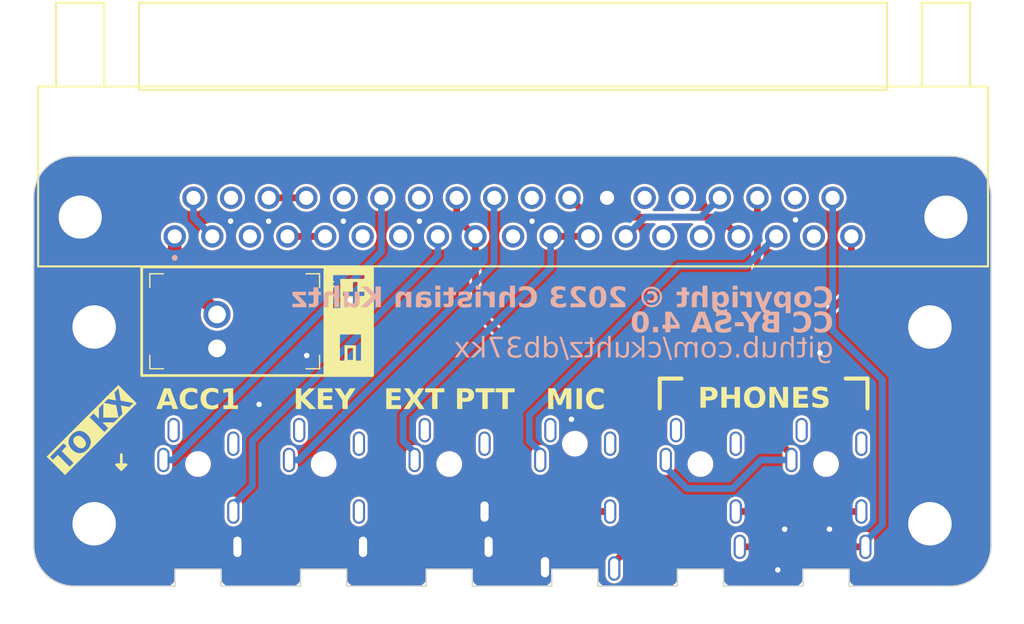
<source format=kicad_pcb>
(kicad_pcb (version 20221018) (generator pcbnew)
  (layers (0 "F.Cu" signal) (31 "B.Cu" signal) (34 "B.Paste" user) (35 "F.Paste" user) (36 "B.SilkS" user "B.Silkscreen") (37 "F.SilkS" user "F.Silkscreen") (38 "B.Mask" user) (39 "F.Mask" user) (44 "Edge.Cuts" user))
  (net 0 "")
  (net 1 "+12V")
  (net 2 "/RS232CTS")
  (net 3 "/IF IN")
  (net 4 "/RS-TTL OUT")
  (net 5 "/CI-V OUT")
  (net 6 "/FIF OUT")
  (net 7 "/FILTER IN")
  (net 8 "/PULL UP")
  (net 9 "/FSW IN")
  (net 10 "/MIC #6")
  (net 11 "/MIC #8")
  (net 12 "/MIC")
  (net 13 "/RADIO MIC IN")
  (net 14 "/RADIO AF IN")
  (net 15 "/RADIO AF OUT")
  (net 16 "/IF-FIF")
  (net 17 "/FIF IN")
  (net 18 "/RS232 IN")
  (net 19 "/RS232 OUT")
  (net 20 "/IF OUT")
  (net 21 "/CW OUT")
  (net 22 "/FSK OUT")
  (net 23 "/MIC #5")
  (net 24 "/MIC #7")
  (net 25 "/MIC GND")
  (net 26 "/RADIO MIC IN GND")
  (net 27 "/RADIO AF IN GND")
  (net 28 "/RADIO AF OUT GND")
  (net 29 "GND")
  (net 30 "/RADIO_R_PASSTHRU")
  (net 31 "/PTT")
  (footprint "Connector_Audio_Tensility:54-00299" (layer "F.Cu") (at 124.35 90.7 90)
    (fp_text reference "J3" hide)
    (fp_text value "54-00299")
    (pad "" np_thru_hole circle (at 9 0 90) (size 1.4 1.4) (drill 1.4) (layers "F&B.Cu" "*.Mask"))
    (pad "1" thru_hole oval (at 2.9 2.9 90) (size 1.8 0.9) (drill oval 1.5 0.6) (layers "*.Cu" "*.Mask") (net 29 "GND"))
    (pad "2" thru_hole oval (at 5.5 2.6 90) (size 1.8 0.9) (drill oval 1.5 0.6) (layers "*.Cu" "*.Mask"))
    (pad "3" thru_hole oval (at 9.3 -2.55 90) (size 1.8 0.9) (drill oval 1.5 0.6) (layers "*.Cu" "*.Mask") (net 21 "/CW OUT"))
    (pad "4" thru_hole oval (at 11.5 -1.8 90) (size 1.8 0.9) (drill oval 1.5 0.6) (layers "*.Cu" "*.Mask"))
    (pad "5" thru_hole oval (at 10.5 2.6 90) (size 1.8 0.9) (drill oval 1.5 0.6) (layers "*.Cu" "*.Mask"))
  )
  (footprint "Connector_Audio_Tensility:54-00299" (layer "F.Cu") (at 161.35 90.7 90)
    (fp_text reference "J6" hide)
    (fp_text value "54-00299")
    (pad "" np_thru_hole circle (at 9 0 90) (size 1.4 1.4) (drill 1.4) (layers "F&B.Cu" "*.Mask"))
    (pad "1" thru_hole oval (at 2.9 2.9 90) (size 1.8 0.9) (drill oval 1.5 0.6) (layers "*.Cu" "*.Mask") (net 28 "/RADIO AF OUT GND"))
    (pad "2" thru_hole oval (at 5.5 2.6 90) (size 1.8 0.9) (drill oval 1.5 0.6) (layers "*.Cu" "*.Mask") (net 30 "/RADIO_R_PASSTHRU"))
    (pad "3" thru_hole oval (at 9.3 -2.55 90) (size 1.8 0.9) (drill oval 1.5 0.6) (layers "*.Cu" "*.Mask") (net 15 "/RADIO AF OUT"))
    (pad "4" thru_hole oval (at 11.5 -1.8 90) (size 1.8 0.9) (drill oval 1.5 0.6) (layers "*.Cu" "*.Mask"))
    (pad "5" thru_hole oval (at 10.5 2.6 90) (size 1.8 0.9) (drill oval 1.5 0.6) (layers "*.Cu" "*.Mask"))
  )
  (footprint "MountingHole:MountingHole_3.2mm_M3_DIN965_Pad_TopBottom" (layer "F.Cu") (at 169 71.6)
    (fp_text reference "H2" hide)
    (fp_text value "MountingHole_Pad")
    (pad "1" thru_hole circle (at 0 0) (size 3.6 3.6) (drill 3.2) (layers "*.Cu" "*.Mask") (net 29 "GND"))
    (pad "1" connect circle (at 0 0) (size 5.6 5.6) (layers "F.Cu" "F.Mask") (net 29 "GND"))
    (pad "1" connect circle (at 0 0) (size 5.6 5.6) (layers "B.Cu" "B.Mask") (net 29 "GND"))
  )
  (footprint "Connector_Dsub_TE:CONN_5747847-6_TYC" (layer "F.Cu") (at 138.3002 54)
    (fp_text reference "J8" hide)
    (fp_text value "5747847-6")
    (fp_circle (center -24.9174 12.5) (end -24.7174 12.5) (stroke (width 0.0254)) (fill solid) (layer "B.SilkS"))
    (fp_line (start -34.9758 -0.127) (end -34.9758 13.1318) (stroke (width 0.1524)) (layer "F.SilkS"))
    (fp_line (start -34.9758 13.1318) (end 34.9758 13.1318) (stroke (width 0.1524)) (layer "F.SilkS"))
    (fp_line (start -33.655 -6.2992) (end -30.099 -6.2992) (stroke (width 0.1524)) (layer "F.SilkS"))
    (fp_line (start -33.655 -0.127) (end -33.655 -6.2992) (stroke (width 0.1524)) (layer "F.SilkS"))
    (fp_line (start -30.099 -6.2992) (end -30.099 -0.127) (stroke (width 0.1524)) (layer "F.SilkS"))
    (fp_line (start -27.5463 -6.2992) (end -27.5463 0.127) (stroke (width 0.1524)) (layer "F.SilkS"))
    (fp_line (start -27.5463 0.127) (end 27.5463 0.127) (stroke (width 0.1524)) (layer "F.SilkS"))
    (fp_line (start 27.5463 -6.2992) (end -27.5463 -6.2992) (stroke (width 0.1524)) (layer "F.SilkS"))
    (fp_line (start 27.5463 0.127) (end 27.5463 -6.2992) (stroke (width 0.1524)) (layer "F.SilkS"))
    (fp_line (start 30.099 -6.2992) (end 33.655 -6.2992) (stroke (width 0.1524)) (layer "F.SilkS"))
    (fp_line (start 30.099 -0.127) (end 30.099 -6.2992) (stroke (width 0.1524)) (layer "F.SilkS"))
    (fp_line (start 33.655 -6.2992) (end 33.655 -0.127) (stroke (width 0.1524)) (layer "F.SilkS"))
    (fp_line (start 34.9758 -0.127) (end -34.9758 -0.127) (stroke (width 0.1524)) (layer "F.SilkS"))
    (fp_line (start 34.9758 13.1318) (end 34.9758 -0.127) (stroke (width 0.1524)) (layer "F.SilkS"))
    (pad "1" thru_hole circle (at -24.9174 10.922) (size 1.651 1.651) (drill 1.0414) (layers "*.Cu" "*.Mask") (net 1 "+12V"))
    (pad "2" thru_hole circle (at -22.1488 10.922) (size 1.651 1.651) (drill 1.0414) (layers "*.Cu" "*.Mask") (net 2 "/RS232CTS"))
    (pad "3" thru_hole circle (at -19.3802 10.922) (size 1.651 1.651) (drill 1.0414) (layers "*.Cu" "*.Mask") (net 3 "/IF IN"))
    (pad "4" thru_hole circle (at -16.6116 10.922) (size 1.651 1.651) (drill 1.0414) (layers "*.Cu" "*.Mask") (net 4 "/RS-TTL OUT"))
    (pad "5" thru_hole circle (at -13.843 10.922) (size 1.651 1.651) (drill 1.0414) (layers "*.Cu" "*.Mask") (net 4 "/RS-TTL OUT"))
    (pad "6" thru_hole circle (at -11.0744 10.922) (size 1.651 1.651) (drill 1.0414) (layers "*.Cu" "*.Mask") (net 5 "/CI-V OUT"))
    (pad "7" thru_hole circle (at -8.3058 10.922) (size 1.651 1.651) (drill 1.0414) (layers "*.Cu" "*.Mask") (net 6 "/FIF OUT"))
    (pad "8" thru_hole circle (at -5.5372 10.922) (size 1.651 1.651) (drill 1.0414) (layers "*.Cu" "*.Mask") (net 7 "/FILTER IN"))
    (pad "9" thru_hole circle (at -2.7686 10.922) (size 1.651 1.651) (drill 1.0414) (layers "*.Cu" "*.Mask") (net 31 "/PTT"))
    (pad "10" thru_hole circle (at 0 10.922) (size 1.651 1.651) (drill 1.0414) (layers "*.Cu" "*.Mask") (net 8 "/PULL UP"))
    (pad "11" thru_hole circle (at 2.7686 10.922) (size 1.651 1.651) (drill 1.0414) (layers "*.Cu" "*.Mask") (net 9 "/FSW IN"))
    (pad "12" thru_hole circle (at 5.5372 10.922) (size 1.651 1.651) (drill 1.0414) (layers "*.Cu" "*.Mask") (net 9 "/FSW IN"))
    (pad "13" thru_hole circle (at 8.3058 10.922) (size 1.651 1.651) (drill 1.0414) (layers "*.Cu" "*.Mask") (net 25 "/MIC GND"))
    (pad "14" thru_hole circle (at 11.0744 10.922) (size 1.651 1.651) (drill 1.0414) (layers "*.Cu" "*.Mask") (net 10 "/MIC #6"))
    (pad "15" thru_hole circle (at 13.843 10.922) (size 1.651 1.651) (drill 1.0414) (layers "*.Cu" "*.Mask") (net 11 "/MIC #8"))
    (pad "16" thru_hole circle (at 16.6116 10.922) (size 1.651 1.651) (drill 1.0414) (layers "*.Cu" "*.Mask") (net 12 "/MIC"))
    (pad "17" thru_hole circle (at 19.3802 10.922) (size 1.651 1.651) (drill 1.0414) (layers "*.Cu" "*.Mask") (net 13 "/RADIO MIC IN"))
    (pad "18" thru_hole circle (at 22.1488 10.922) (size 1.651 1.651) (drill 1.0414) (layers "*.Cu" "*.Mask") (net 14 "/RADIO AF IN"))
    (pad "19" thru_hole circle (at 24.9174 10.922) (size 1.651 1.651) (drill 1.0414) (layers "*.Cu" "*.Mask") (net 15 "/RADIO AF OUT"))
    (pad "20" thru_hole circle (at -23.5331 8.0772) (size 1.651 1.651) (drill 1.0414) (layers "*.Cu" "*.Mask") (net 2 "/RS232CTS"))
    (pad "21" thru_hole circle (at -20.7645 8.0772) (size 1.651 1.651) (drill 1.0414) (layers "*.Cu" "*.Mask") (net 16 "/IF-FIF"))
    (pad "22" thru_hole circle (at -17.9959 8.0772) (size 1.651 1.651) (drill 1.0414) (layers "*.Cu" "*.Mask") (net 17 "/FIF IN"))
    (pad "23" thru_hole circle (at -15.2273 8.0772) (size 1.651 1.651) (drill 1.0414) (layers "*.Cu" "*.Mask") (net 17 "/FIF IN"))
    (pad "24" thru_hole circle (at -12.4587 8.0772) (size 1.651 1.651) (drill 1.0414) (layers "*.Cu" "*.Mask") (net 18 "/RS232 IN"))
    (pad "25" thru_hole circle (at -9.6901 8.0772) (size 1.651 1.651) (drill 1.0414) (layers "*.Cu" "*.Mask") (net 19 "/RS232 OUT"))
    (pad "26" thru_hole circle (at -6.9215 8.0772) (size 1.651 1.651) (drill 1.0414) (layers "*.Cu" "*.Mask") (net 20 "/IF OUT"))
    (pad "27" thru_hole circle (at -4.1529 8.0772) (size 1.651 1.651) (drill 1.0414) (layers "*.Cu" "*.Mask") (net 31 "/PTT"))
    (pad "28" thru_hole circle (at -1.3843 8.0772) (size 1.651 1.651) (drill 1.0414) (layers "*.Cu" "*.Mask") (net 21 "/CW OUT"))
    (pad "29" thru_hole circle (at 1.3843 8.0772) (size 1.651 1.651) (drill 1.0414) (layers "*.Cu" "*.Mask") (net 22 "/FSK OUT"))
    (pad "30" thru_hole circle (at 4.1529 8.0772) (size 1.651 1.651) (drill 1.0414) (layers "*.Cu" "*.Mask") (net 12 "/MIC"))
    (pad "31" thru_hole circle (at 6.9215 8.0772) (size 1.651 1.651) (drill 1.0414) (layers "*.Cu" "*.Mask") (net 29 "GND"))
    (pad "32" thru_hole circle (at 9.6901 8.0772) (size 1.651 1.651) (drill 1.0414) (layers "*.Cu" "*.Mask") (net 23 "/MIC #5"))
    (pad "33" thru_hole circle (at 12.4587 8.0772) (size 1.651 1.651) (drill 1.0414) (layers "*.Cu" "*.Mask") (net 24 "/MIC #7"))
    (pad "34" thru_hole circle (at 15.2273 8.0772) (size 1.651 1.651) (drill 1.0414) (layers "*.Cu" "*.Mask") (net 25 "/MIC GND"))
    (pad "35" thru_hole circle (at 17.9959 8.0772) (size 1.651 1.651) (drill 1.0414) (layers "*.Cu" "*.Mask") (net 26 "/RADIO MIC IN GND"))
    (pad "36" thru_hole circle (at 20.7645 8.0772) (size 1.651 1.651) (drill 1.0414) (layers "*.Cu" "*.Mask") (net 27 "/RADIO AF IN GND"))
    (pad "37" thru_hole circle (at 23.5331 8.0772) (size 1.651 1.651) (drill 1.0414) (layers "*.Cu" "*.Mask") (net 28 "/RADIO AF OUT GND"))
    (pad "SH" thru_hole circle (at -31.877 9.4996) (size 4 4) (drill 3.175) (layers "*.Cu" "*.Mask") (net 29 "GND"))
    (pad "SH" thru_hole circle (at 31.877 9.4996) (size 4 4) (drill 3.175) (layers "*.Cu" "*.Mask") (net 29 "GND"))
  )
  (footprint "MountingHole:MountingHole_3.2mm_M3_DIN965_Pad_TopBottom" (layer "F.Cu") (at 169 86.1)
    (fp_text reference "H4" hide)
    (fp_text value "MountingHole_Pad")
    (pad "1" thru_hole circle (at 0 0) (size 3.6 3.6) (drill 3.2) (layers "*.Cu" "*.Mask") (net 29 "GND"))
    (pad "1" connect circle (at 0 0) (size 5.6 5.6) (layers "F.Cu" "F.Mask") (net 29 "GND"))
    (pad "1" connect circle (at 0 0) (size 5.6 5.6) (layers "B.Cu" "B.Mask") (net 29 "GND"))
  )
  (footprint "MountingHole:MountingHole_3.2mm_M3_DIN965_Pad_TopBottom" (layer "F.Cu") (at 107.45 71.6)
    (fp_text reference "H1" hide)
    (fp_text value "MountingHole_Pad")
    (pad "1" thru_hole circle (at 0 0) (size 3.6 3.6) (drill 3.2) (layers "*.Cu" "*.Mask") (net 29 "GND"))
    (pad "1" connect circle (at 0 0) (size 5.6 5.6) (layers "F.Cu" "F.Mask") (net 29 "GND"))
    (pad "1" connect circle (at 0 0) (size 5.6 5.6) (layers "B.Cu" "B.Mask") (net 29 "GND"))
  )
  (footprint "MountingHole:MountingHole_3.2mm_M3_DIN965_Pad_TopBottom" (layer "F.Cu") (at 107.45 86.1)
    (fp_text reference "H3" hide)
    (fp_text value "MountingHole_Pad")
    (pad "1" thru_hole circle (at 0 0) (size 3.6 3.6) (drill 3.2) (layers "*.Cu" "*.Mask") (net 29 "GND"))
    (pad "1" connect circle (at 0 0) (size 5.6 5.6) (layers "F.Cu" "F.Mask") (net 29 "GND"))
    (pad "1" connect circle (at 0 0) (size 5.6 5.6) (layers "B.Cu" "B.Mask") (net 29 "GND"))
  )
  (footprint "Connector_Audio_Tensility:54-00176" (layer "F.Cu") (at 142.85 90.7 90)
    (fp_text reference "J4" hide)
    (fp_text value "54-00176")
    (pad "" np_thru_hole circle (at 10.5 0 90) (size 1.4 1.4) (drill 1.4) (layers "F&B.Cu" "*.Mask"))
    (pad "1" thru_hole oval (at 1.3 2.9 90) (size 1.8 0.9) (drill oval 1.5 0.6) (layers "*.Cu" "*.Mask") (net 26 "/RADIO MIC IN GND"))
    (pad "2" thru_hole oval (at 1.4 -2.2 90) (size 1.8 0.9) (drill oval 1.5 0.6) (layers "*.Cu" "*.Mask") (net 29 "GND"))
    (pad "3" thru_hole oval (at 5.5 2.6 90) (size 1.8 0.9) (drill oval 1.5 0.6) (layers "*.Cu" "*.Mask") (net 31 "/PTT"))
    (pad "4" thru_hole oval (at 9.3 -2.55 90) (size 1.8 0.9) (drill oval 1.5 0.6) (layers "*.Cu" "*.Mask") (net 13 "/RADIO MIC IN"))
    (pad "5" thru_hole oval (at 11.5 -1.8 90) (size 1.8 0.9) (drill oval 1.5 0.6) (layers "*.Cu" "*.Mask"))
    (pad "6" thru_hole oval (at 10.5 2.6 90) (size 1.8 0.9) (drill oval 1.5 0.6) (layers "*.Cu" "*.Mask"))
  )
  (footprint "Connector_Audio_Tensility:54-00299" (layer "F.Cu") (at 152.1 90.7 90)
    (fp_text reference "J5" hide)
    (fp_text value "54-00299")
    (pad "" np_thru_hole circle (at 9 0 90) (size 1.4 1.4) (drill 1.4) (layers "F&B.Cu" "*.Mask"))
    (pad "1" thru_hole oval (at 2.9 2.9 90) (size 1.8 0.9) (drill oval 1.5 0.6) (layers "*.Cu" "*.Mask") (net 28 "/RADIO AF OUT GND"))
    (pad "2" thru_hole oval (at 5.5 2.6 90) (size 1.8 0.9) (drill oval 1.5 0.6) (layers "*.Cu" "*.Mask") (net 30 "/RADIO_R_PASSTHRU"))
    (pad "3" thru_hole oval (at 9.3 -2.55 90) (size 1.8 0.9) (drill oval 1.5 0.6) (layers "*.Cu" "*.Mask") (net 15 "/RADIO AF OUT"))
    (pad "4" thru_hole oval (at 11.5 -1.8 90) (size 1.8 0.9) (drill oval 1.5 0.6) (layers "*.Cu" "*.Mask"))
    (pad "5" thru_hole oval (at 10.5 2.6 90) (size 1.8 0.9) (drill oval 1.5 0.6) (layers "*.Cu" "*.Mask"))
  )
  (footprint "Connector_Audio_Tensility:54-00299" (layer "F.Cu") (at 115.1 90.7 90)
    (fp_text reference "J2" hide)
    (fp_text value "54-00299")
    (pad "" np_thru_hole circle (at 9 0 90) (size 1.4 1.4) (drill 1.4) (layers "F&B.Cu" "*.Mask"))
    (pad "1" thru_hole oval (at 2.9 2.9 90) (size 1.8 0.9) (drill oval 1.5 0.6) (layers "*.Cu" "*.Mask") (net 29 "GND"))
    (pad "2" thru_hole oval (at 5.5 2.6 90) (size 1.8 0.9) (drill oval 1.5 0.6) (layers "*.Cu" "*.Mask") (net 7 "/FILTER IN"))
    (pad "3" thru_hole oval (at 9.3 -2.55 90) (size 1.8 0.9) (drill oval 1.5 0.6) (layers "*.Cu" "*.Mask") (net 19 "/RS232 OUT"))
    (pad "4" thru_hole oval (at 11.5 -1.8 90) (size 1.8 0.9) (drill oval 1.5 0.6) (layers "*.Cu" "*.Mask"))
    (pad "5" thru_hole oval (at 10.5 2.6 90) (size 1.8 0.9) (drill oval 1.5 0.6) (layers "*.Cu" "*.Mask"))
  )
  (footprint "Connector_Audio_Tensility:54-00299" (layer "F.Cu") (at 133.6 90.7 90)
    (fp_text reference "J7" hide)
    (fp_text value "54-00299")
    (pad "" np_thru_hole circle (at 9 0 90) (size 1.4 1.4) (drill 1.4) (layers "F&B.Cu" "*.Mask"))
    (pad "1" thru_hole oval (at 2.9 2.9 90) (size 1.8 0.9) (drill oval 1.5 0.6) (layers "*.Cu" "*.Mask") (net 29 "GND"))
    (pad "2" thru_hole oval (at 5.5 2.6 90) (size 1.8 0.9) (drill oval 1.5 0.6) (layers "*.Cu" "*.Mask") (net 29 "GND"))
    (pad "3" thru_hole oval (at 9.3 -2.55 90) (size 1.8 0.9) (drill oval 1.5 0.6) (layers "*.Cu" "*.Mask") (net 9 "/FSW IN"))
    (pad "4" thru_hole oval (at 11.5 -1.8 90) (size 1.8 0.9) (drill oval 1.5 0.6) (layers "*.Cu" "*.Mask"))
    (pad "5" thru_hole oval (at 10.5 2.6 90) (size 1.8 0.9) (drill oval 1.5 0.6) (layers "*.Cu" "*.Mask"))
  )
  (footprint "Connector_COMBICON_Phoenix:1989748" (layer "F.Cu") (at 117.8 70.675 -90)
    (fp_text reference "J1" (at -2.25 -7 -90 unlocked) (layer "F.SilkS") (effects (font (size 0.5 0.5) (thickness 0.125) bold)))
    (fp_text value "1989748")
    (fp_line (start -3 -6.25) (end -3 -5.25) (stroke (width 0.1)) (layer "F.SilkS"))
    (fp_line (start -3 -6.25) (end -2 -6.25) (stroke (width 0.1)) (layer "F.SilkS"))
    (fp_line (start -3 6.25) (end -3 5.25) (stroke (width 0.1)) (layer "F.SilkS"))
    (fp_line (start -3 6.25) (end -2 6.25) (stroke (width 0.1)) (layer "F.SilkS"))
    (fp_line (start 4 -6.25) (end 3 -6.25) (stroke (width 0.1)) (layer "F.SilkS"))
    (fp_line (start 4 -6.25) (end 4 -5.25) (stroke (width 0.1)) (layer "F.SilkS"))
    (fp_line (start 4 6.25) (end 3 6.25) (stroke (width 0.1)) (layer "F.SilkS"))
    (fp_line (start 4 6.25) (end 4 5.25) (stroke (width 0.1)) (layer "F.SilkS"))
    (pad "1" thru_hole circle (at 0 1.3 270) (size 2 2) (drill 1.3) (layers "*.Cu" "*.Mask") (net 1 "+12V"))
    (pad "2" thru_hole circle (at 2.5 1.3 270) (size 2 2) (drill 1.3) (layers "*.Cu" "*.Mask") (net 29 "GND"))
  )
  (gr_rect (start 110.95 67.175) (end 124.45 75.175) (stroke (width 0.2)) (fill none) (layer "F.SilkS"))
  (gr_rect (start 124.45 74.175) (end 127.95 75.175) (stroke (width 0.2)) (fill solid) (layer "F.SilkS"))
  (gr_line (start 164.4 75.4) (end 162.8 75.4) (stroke (width 0.3)) (layer "F.SilkS"))
  (gr_rect (start 127.2 71.675) (end 127.95 74.675) (stroke (width 0.2)) (fill solid) (layer "F.SilkS"))
  (gr_poly (pts (xy 109.45 82.1) (xy 109.1 81.75) (xy 109.8 81.75) (xy 109.45 82.1)) (stroke (width 0.2)) (fill solid) (layer "F.SilkS"))
  (gr_rect (start 127.45 67.675) (end 127.95 74.175) (stroke (width 0.2)) (fill solid) (layer "F.SilkS"))
  (gr_rect (start 124.45 67.175) (end 127.95 67.675) (stroke (width 0.2)) (fill solid) (layer "F.SilkS"))
  (gr_line (start 109.45 81.75) (end 109.45 81) (stroke (width 0.2)) (layer "F.SilkS"))
  (gr_rect (start 124.95 70.3) (end 127.45 72.05) (stroke (width 0.2)) (fill solid) (layer "F.SilkS"))
  (gr_line (start 150.7 75.4) (end 149.1 75.4) (stroke (width 0.3)) (layer "F.SilkS"))
  (gr_line (start 149.1 77.6) (end 149.1 75.4) (stroke (width 0.3)) (layer "F.SilkS"))
  (gr_rect (start 124.45 67.675) (end 124.95 74.175) (stroke (width 0.2)) (fill solid) (layer "F.SilkS"))
  (gr_line (start 164.4 75.4) (end 164.4 77.6) (stroke (width 0.3)) (layer "F.SilkS"))
  (gr_rect (start 124.7 71.675) (end 125.45 74.675) (stroke (width 0.2)) (fill solid) (layer "F.SilkS"))
  (gr_line (start 122.65 89.45) (end 122.65 90.7) (stroke (width 0.1)) (layer "Edge.Cuts"))
  (gr_line (start 113.4 89.45) (end 116.8 89.45) (stroke (width 0.1)) (layer "Edge.Cuts"))
  (gr_line (start 141.15 90.7) (end 135.3 90.7) (stroke (width 0.1)) (layer "Edge.Cuts"))
  (gr_line (start 150.4 90.7) (end 144.55 90.7) (stroke (width 0.1)) (layer "Edge.Cuts"))
  (gr_line (start 122.65 89.45) (end 126.05 89.45) (stroke (width 0.1)) (layer "Edge.Cuts"))
  (gr_line (start 131.9 89.45) (end 131.9 90.7) (stroke (width 0.1)) (layer "Edge.Cuts"))
  (gr_line (start 153.8 90.7) (end 153.8 89.45) (stroke (width 0.1)) (layer "Edge.Cuts"))
  (gr_line (start 135.3 90.7) (end 135.3 89.45) (stroke (width 0.1)) (layer "Edge.Cuts"))
  (gr_line (start 131.9 89.45) (end 135.3 89.45) (stroke (width 0.1)) (layer "Edge.Cuts"))
  (gr_line (start 116.8 90.7) (end 116.8 89.45) (stroke (width 0.1)) (layer "Edge.Cuts"))
  (gr_line (start 113.4 90.7) (end 106 90.7) (stroke (width 0.1)) (layer "Edge.Cuts"))
  (gr_line (start 126.05 90.7) (end 126.05 89.45) (stroke (width 0.1)) (layer "Edge.Cuts"))
  (gr_line (start 122.65 90.7) (end 116.8 90.7) (stroke (width 0.1)) (layer "Edge.Cuts"))
  (gr_line (start 141.15 89.45) (end 141.15 90.7) (stroke (width 0.1)) (layer "Edge.Cuts"))
  (gr_line (start 163.05 90.7) (end 163.05 89.45) (stroke (width 0.1)) (layer "Edge.Cuts"))
  (gr_arc (start 106 90.7) (mid 103.878679 89.821321) (end 103 87.7) (stroke (width 0.1)) (layer "Edge.Cuts"))
  (gr_line (start 150.4 89.45) (end 150.4 90.7) (stroke (width 0.1)) (layer "Edge.Cuts"))
  (gr_arc (start 170.5 59) (mid 172.62132 59.87868) (end 173.5 62) (stroke (width 0.1)) (layer "Edge.Cuts"))
  (gr_line (start 113.4 89.45) (end 113.4 90.7) (stroke (width 0.1)) (layer "Edge.Cuts"))
  (gr_arc (start 103 62) (mid 103.87868 59.87868) (end 106 59) (stroke (width 0.1)) (layer "Edge.Cuts"))
  (gr_line (start 159.65 89.45) (end 163.05 89.45) (stroke (width 0.1)) (layer "Edge.Cuts"))
  (gr_line (start 131.9 90.7) (end 126.05 90.7) (stroke (width 0.1)) (layer "Edge.Cuts"))
  (gr_line (start 106 59) (end 170.5 59) (stroke (width 0.1)) (layer "Edge.Cuts"))
  (gr_line (start 159.65 89.45) (end 159.65 90.7) (stroke (width 0.1)) (layer "Edge.Cuts"))
  (gr_arc (start 173.5 87.7) (mid 172.621321 89.821321) (end 170.5 90.7) (stroke (width 0.1)) (layer "Edge.Cuts"))
  (gr_line (start 103 62) (end 103 87.7) (stroke (width 0.1)) (layer "Edge.Cuts"))
  (gr_line (start 141.15 89.45) (end 144.55 89.45) (stroke (width 0.1)) (layer "Edge.Cuts"))
  (gr_line (start 173.5 62) (end 173.5 87.7) (stroke (width 0.1)) (layer "Edge.Cuts"))
  (gr_line (start 150.4 89.45) (end 153.8 89.45) (stroke (width 0.1)) (layer "Edge.Cuts"))
  (gr_line (start 159.65 90.7) (end 153.8 90.7) (stroke (width 0.1)) (layer "Edge.Cuts"))
  (gr_line (start 170.5 90.7) (end 163.05 90.7) (stroke (width 0.1)) (layer "Edge.Cuts"))
  (gr_line (start 144.55 90.7) (end 144.55 89.45) (stroke (width 0.1)) (layer "Edge.Cuts"))
  (gr_text "github.com/ckuhtz/db37kx" (at 161.9 74.1) (layer "B.SilkS") (effects (font (size 1.5 1.5) (thickness 0.1875)) (justify left bottom mirror)))
  (gr_text "CC BY-SA 4.0" (at 161.9 72.25) (layer "B.SilkS") (effects (font (size 1.5 1.5) (thickness 0.3) bold) (justify left bottom mirror)))
  (gr_text "Copyright © 2023 Christian Kuhtz\n" (at 161.9 70.4) (layer "B.SilkS") (effects (font (size 1.5 1.5) (thickness 0.3) bold) (justify left bottom mirror)))
  (gr_text "MIC" (at 142.9 77.9) (layer "F.SilkS") (effects (font (size 1.5 1.5) (thickness 0.3) bold) (justify bottom)))
  (gr_text "TO KX" (at 108 79.9 45) (layer "F.SilkS" knockout) (effects (font (size 1.5 1.5) (thickness 0.3) bold) (justify bottom)))
  (gr_text "KEY" (at 124.4 77.9) (layer "F.SilkS") (effects (font (size 1.5 1.5) (thickness 0.3) bold) (justify bottom)))
  (gr_text "PHONES" (at 156.8 77.8) (layer "F.SilkS") (effects (font (size 1.5 1.5) (thickness 0.3) bold) (justify bottom)))
  (gr_text "ACC1" (at 115.1 77.9) (layer "F.SilkS") (effects (font (size 1.5 1.5) (thickness 0.3) bold) (justify bottom)))
  (gr_text "+" (at 125.5 70.375) (layer "F.SilkS" knockout) (effects (font (size 2 2) (thickness 0.3) bold) (justify left bottom)))
  (gr_text "EXT PTT" (at 133.6 77.9) (layer "F.SilkS") (effects (font (size 1.5 1.5) (thickness 0.3) bold) (justify bottom)))
  (gr_text "-" (at 127.45 74.175 90) (layer "F.SilkS" knockout) (effects (font (size 2 2) (thickness 0.3) bold) (justify left bottom)))
  (segment (start 116.5 70.675) (end 116.5 70.575) (width 1) (layer "F.Cu") (net 1))
  (segment (start 113.3828 67.5828) (end 113.3828 64.922) (width 1) (layer "F.Cu") (net 1))
  (segment (start 116.5 70.575) (end 113.3828 67.4578) (width 1) (layer "F.Cu") (net 1))
  (segment (start 114.7671 63.5377) (end 116.1514 64.922) (width 0.5) (layer "B.Cu") (net 2))
  (segment (start 114.7671 62.0772) (end 114.7671 63.5377) (width 0.5) (layer "B.Cu") (net 2))
  (segment (start 124.4572 64.922) (end 121.6886 64.922) (width 0.5) (layer "F.Cu") (net 4))
  (segment (start 117.7 84.68745) (end 117.7 85.2) (width 0.5) (layer "B.Cu") (net 7))
  (segment (start 119.1 83.28745) (end 117.7 84.68745) (width 0.5) (layer "B.Cu") (net 7))
  (segment (start 119.1 80) (end 119.1 83.28745) (width 0.5) (layer "B.Cu") (net 7))
  (segment (start 132.763 64.922) (end 132.763 66.337) (width 0.5) (layer "B.Cu") (net 7))
  (segment (start 132.763 66.337) (end 119.1 80) (width 0.5) (layer "B.Cu") (net 7))
  (segment (start 143.8374 64.922) (end 141.0688 64.922) (width 0.5) (layer "F.Cu") (net 9))
  (segment (start 130.2 78.1) (end 130.2 80) (width 0.5) (layer "B.Cu") (net 9))
  (segment (start 130.2 80) (end 131.05 80.85) (width 0.5) (layer "B.Cu") (net 9))
  (segment (start 131.05 80.85) (end 131.05 81.4) (width 0.5) (layer "B.Cu") (net 9))
  (segment (start 141.0688 64.922) (end 141.0688 67.2312) (width 0.5) (layer "B.Cu") (net 9))
  (segment (start 141.0688 67.2312) (end 130.2 78.1) (width 0.5) (layer "B.Cu") (net 9))
  (segment (start 142.4531 62.0772) (end 143.8759 63.5) (width 0.5) (layer "F.Cu") (net 12))
  (segment (start 143.8759 63.5) (end 153.4898 63.5) (width 0.5) (layer "F.Cu") (net 12))
  (segment (start 153.4898 63.5) (end 154.9118 64.922) (width 0.5) (layer "F.Cu") (net 12))
  (segment (start 155.5 67.1) (end 157.678 64.922) (width 0.5) (layer "B.Cu") (net 13))
  (segment (start 150.5 67.1) (end 155.5 67.1) (width 0.5) (layer "B.Cu") (net 13))
  (segment (start 140.3 81.4) (end 140.3 80.8) (width 0.5) (layer "B.Cu") (net 13))
  (segment (start 139.5 78.1) (end 150.5 67.1) (width 0.5) (layer "B.Cu") (net 13))
  (segment (start 139.5 80) (end 139.5 78.1) (width 0.5) (layer "B.Cu") (net 13))
  (segment (start 140.3 80.8) (end 139.5 80) (width 0.5) (layer "B.Cu") (net 13))
  (segment (start 157.678 64.922) (end 157.6804 64.922) (width 0.5) (layer "B.Cu") (net 13))
  (segment (start 157.5 74.5698) (end 157.5 79.7) (width 0.5) (layer "F.Cu") (net 15))
  (segment (start 163.2176 64.922) (end 163.2176 68.8522) (width 0.5) (layer "F.Cu") (net 15))
  (segment (start 163.2176 68.8522) (end 157.5 74.5698) (width 0.5) (layer "F.Cu") (net 15))
  (segment (start 157.5 79.7) (end 158.8 81) (width 0.5) (layer "F.Cu") (net 15))
  (segment (start 158.8 81) (end 158.8 81.4) (width 0.5) (layer "F.Cu") (net 15))
  (segment (start 149.55 81.95) (end 149.55 81.4) (width 0.5) (layer "B.Cu") (net 15))
  (segment (start 158.8 81.4) (end 156.56255 81.4) (width 0.5) (layer "B.Cu") (net 15))
  (segment (start 156.56255 81.4) (end 154.46255 83.5) (width 0.5) (layer "B.Cu") (net 15))
  (segment (start 154.46255 83.5) (end 151.1 83.5) (width 0.5) (layer "B.Cu") (net 15))
  (segment (start 151.1 83.5) (end 149.55 81.95) (width 0.5) (layer "B.Cu") (net 15))
  (segment (start 123.0729 62.0772) (end 120.3043 62.0772) (width 0.5) (layer "F.Cu") (net 17))
  (segment (start 128.6101 66.0399) (end 113.25 81.4) (width 0.5) (layer "B.Cu") (net 19))
  (segment (start 128.6101 62.0772) (end 128.6101 66.0399) (width 0.5) (layer "B.Cu") (net 19))
  (segment (start 113.25 81.4) (end 112.55 81.4) (width 0.5) (layer "B.Cu") (net 19))
  (segment (start 136.9159 62.0772) (end 136.9 62.0931) (width 0.5) (layer "B.Cu") (net 21))
  (segment (start 136.9 62.0931) (end 136.9 67) (width 0.5) (layer "B.Cu") (net 21))
  (segment (start 122.5 81.4) (end 121.8 81.4) (width 0.5) (layer "B.Cu") (net 21))
  (segment (start 136.9 67) (end 122.5 81.4) (width 0.5) (layer "B.Cu") (net 21))
  (segment (start 152.1047 63.5) (end 148.028 63.5) (width 0.5) (layer "B.Cu") (net 25))
  (segment (start 148.028 63.5) (end 146.606 64.922) (width 0.5) (layer "B.Cu") (net 25))
  (segment (start 153.5275 62.0772) (end 152.1047 63.5) (width 0.5) (layer "B.Cu") (net 25))
  (segment (start 145.75 88.95) (end 146.9 87.8) (width 0.5) (layer "F.Cu") (net 26))
  (segment (start 145.75 89.4) (end 145.75 88.95) (width 0.5) (layer "F.Cu") (net 26))
  (segment (start 146.9 87.8) (end 146.9 77.6) (width 0.5) (layer "F.Cu") (net 26))
  (segment (start 156.2961 68.2039) (end 156.2961 62.0772) (width 0.5) (layer "F.Cu") (net 26))
  (segment (start 146.9 77.6) (end 156.2961 68.2039) (width 0.5) (layer "F.Cu") (net 26))
  (segment (start 155 87.8) (end 164.25 87.8) (width 0.5) (layer "F.Cu") (net 28))
  (segment (start 164.25 87.41245) (end 164.25 87.8) (width 0.5) (layer "B.Cu") (net 28))
  (segment (start 161.8333 62.0772) (end 161.8333 71.8333) (width 0.5) (layer "B.Cu") (net 28))
  (segment (start 161.8333 71.8333) (end 165.5 75.5) (width 0.5) (layer "B.Cu") (net 28))
  (segment (start 165.5 86.16245) (end 164.25 87.41245) (width 0.5) (layer "B.Cu") (net 28))
  (segment (start 165.5 75.5) (end 165.5 86.16245) (width 0.5) (layer "B.Cu") (net 28))
  (via (at 119.6 77.3) (size 0.8) (drill 0.4) (layers "F.Cu" "B.Cu") (net 29))
  (via (at 120.3 63.8) (size 0.8) (drill 0.4) (layers "F.Cu" "B.Cu") (net 29))
  (via (at 160.9 73.5) (size 0.8) (drill 0.4) (layers "F.Cu" "B.Cu") (net 29))
  (via (at 157.8 89.5) (size 0.8) (drill 0.4) (layers "F.Cu" "B.Cu") (net 29))
  (via (at 126.3 69.6) (size 0.8) (drill 0.4) (layers "F.Cu" "B.Cu") (net 29))
  (via (at 139.7 63.8) (size 0.8) (drill 0.4) (layers "F.Cu" "B.Cu") (net 29))
  (via (at 159.1 63.7) (size 0.8) (drill 0.4) (layers "F.Cu" "B.Cu") (net 29))
  (via (at 158.3 86.5) (size 0.8) (drill 0.4) (layers "F.Cu" "B.Cu") (net 29))
  (via (at 131.4 63.8) (size 0.8) (drill 0.4) (layers "F.Cu" "B.Cu") (net 29))
  (via (at 161.6 86.5) (size 0.8) (drill 0.4) (layers "F.Cu" "B.Cu") (net 29))
  (via (at 142.6 78.4) (size 0.8) (drill 0.4) (layers "F.Cu" "B.Cu") (net 29))
  (via (at 117.5 63.8) (size 0.8) (drill 0.4) (layers "F.Cu" "B.Cu") (net 29))
  (via (at 123.1 73.7) (size 0.8) (drill 0.4) (layers "F.Cu" "B.Cu") (net 29))
  (via (at 125.8 63.8) (size 0.8) (drill 0.4) (layers "F.Cu" "B.Cu") (net 29))
  (segment (start 154.7 85.2) (end 163.95 85.2) (width 0.5) (layer "F.Cu") (net 30))
  (segment (start 140 85.2) (end 137.7 82.9) (width 0.5) (layer "F.Cu") (net 31))
  (segment (start 137.7 72.5) (end 135.5316 70.3316) (width 0.5) (layer "F.Cu") (net 31))
  (segment (start 145.45 85.2) (end 140 85.2) (width 0.5) (layer "F.Cu") (net 31))
  (segment (start 135.5316 70.3316) (end 135.5316 64.922) (width 0.5) (layer "F.Cu") (net 31))
  (segment (start 134.1473 63.5473) (end 135.522 64.922) (width 0.5) (layer "F.Cu") (net 31))
  (segment (start 137.7 82.9) (end 137.7 72.5) (width 0.5) (layer "F.Cu") (net 31))
  (segment (start 135.522 64.922) (end 135.5316 64.922) (width 0.5) (layer "F.Cu") (net 31))
  (segment (start 134.1473 62.0772) (end 134.1473 63.5473) (width 0.5) (layer "F.Cu") (net 31))
  (zone (net 29) (net_name "GND") (layers "F&B.Cu") (name "GND") (connect_pads yes (clearance 0.1778)) (min_thickness 0.1778) (fill yes (thermal_gap 0.5) (thermal_bridge_width 0.5) (smoothing fillet) (radius 1))
    (polygon (pts (xy 102.5 58.5) (xy 174 58.5) (xy 174 93.5) (xy 102.5 93.5)))
  )
)
</source>
